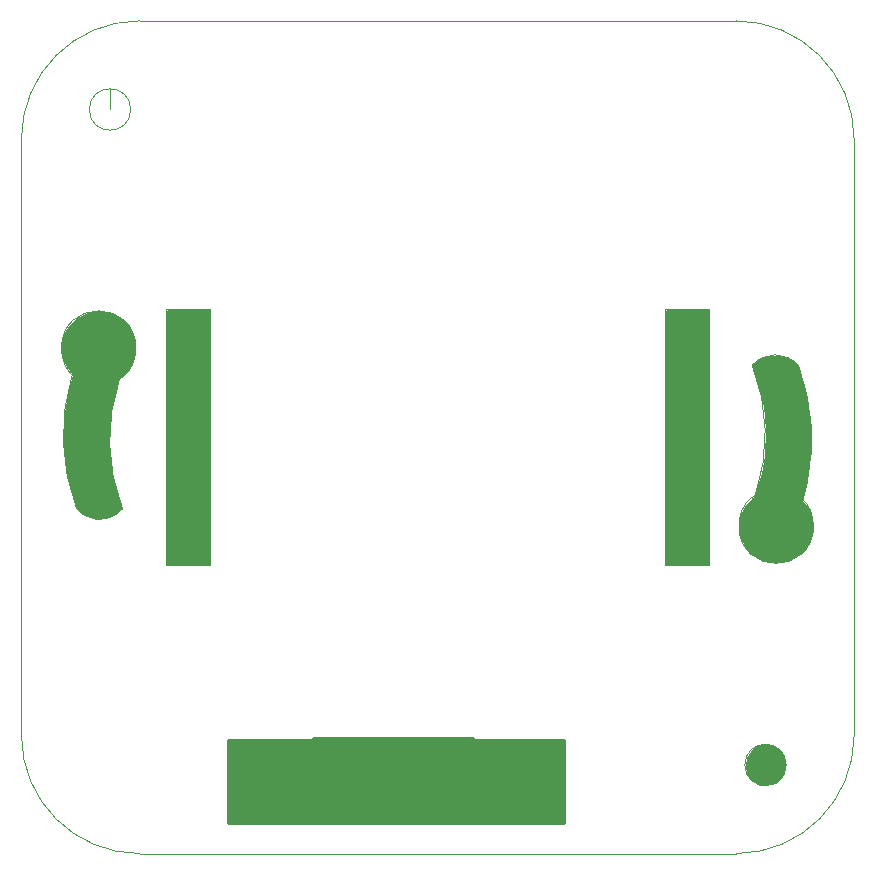
<source format=gm1>
G04 #@! TF.GenerationSoftware,KiCad,Pcbnew,(5.0.0)*
G04 #@! TF.CreationDate,2018-09-08T09:56:40+02:00*
G04 #@! TF.ProjectId,v9,76392E6B696361645F70636200000000,3*
G04 #@! TF.SameCoordinates,Original*
G04 #@! TF.FileFunction,Profile,NP*
%FSLAX46Y46*%
G04 Gerber Fmt 4.6, Leading zero omitted, Abs format (unit mm)*
G04 Created by KiCad (PCBNEW (5.0.0)) date 09/08/18 09:56:40*
%MOMM*%
%LPD*%
G01*
G04 APERTURE LIST*
%ADD10C,0.100000*%
%ADD11C,0.254000*%
G04 APERTURE END LIST*
D10*
X45926445Y-39201938D02*
X45926445Y-37451938D01*
X47676445Y-39201938D02*
G75*
G03X47676445Y-39201938I-1750000J0D01*
G01*
X103176445Y-94701938D02*
G75*
G03X103176445Y-94701938I-1750000J0D01*
G01*
X48426445Y-31701938D02*
X98926445Y-31701938D01*
X108926445Y-41701938D02*
X108926445Y-92201938D01*
X38426445Y-92201938D02*
X38426445Y-41701938D01*
X96676445Y-77801938D02*
X96676445Y-56101938D01*
X92926445Y-77801938D02*
X92926445Y-56101938D01*
X96676445Y-77801938D02*
X92926445Y-77801938D01*
X92926445Y-56101938D02*
X96676445Y-56101938D01*
X54426445Y-77801938D02*
X54426445Y-56101938D01*
X50676445Y-77801938D02*
X50676445Y-56101938D01*
X54426445Y-77801938D02*
X50676445Y-77801938D01*
X50676445Y-56101938D02*
X54426445Y-56101938D01*
X46739095Y-62001957D02*
G75*
G02X42730703Y-61628251I-1779276J2599361D01*
G01*
X100547405Y-71879966D02*
G75*
G02X104555796Y-72253674I1779274J-2599362D01*
G01*
X100296222Y-60870707D02*
G75*
G02X104196222Y-60870707I1950000J-1682265D01*
G01*
X100296222Y-60870707D02*
G75*
G02X100547404Y-71879966I-14912061J-5847721D01*
G01*
X104196223Y-60870707D02*
G75*
G02X104555796Y-72253674I-16664436J-6223571D01*
G01*
X105476679Y-74479328D02*
G75*
G03X105476679Y-74479328I-3150000J0D01*
G01*
X46990276Y-73011217D02*
G75*
G02X43090276Y-73011217I-1950000J1682265D01*
G01*
X46990276Y-73011217D02*
G75*
G02X46739094Y-62001958I14912062J5847721D01*
G01*
X43090277Y-73011217D02*
G75*
G02X42730703Y-61628251I16664434J6223571D01*
G01*
X48109819Y-59402596D02*
G75*
G03X48109819Y-59402596I-3150000J0D01*
G01*
X48426445Y-102201938D02*
G75*
G02X38426445Y-92201938I0J10000000D01*
G01*
X108926445Y-92201938D02*
G75*
G02X98926445Y-102201938I-10000000J0D01*
G01*
X98926445Y-102201938D02*
X48426445Y-102201938D01*
X98926445Y-31701938D02*
G75*
G02X108926445Y-41701938I0J-10000000D01*
G01*
X38426445Y-41701938D02*
G75*
G02X48426445Y-31701938I10000000J0D01*
G01*
D11*
G36*
X102091206Y-93215604D02*
X102267093Y-93356313D01*
X102311083Y-93379125D01*
X102319581Y-93379855D01*
X102515089Y-93497160D01*
X102649864Y-93665629D01*
X102648000Y-93675000D01*
X102657667Y-93723601D01*
X102685197Y-93764803D01*
X102792433Y-93872039D01*
X103023000Y-94425400D01*
X103023000Y-95068249D01*
X102650245Y-95767165D01*
X102191499Y-96134162D01*
X101489052Y-96321481D01*
X100985363Y-96275692D01*
X100525232Y-96045626D01*
X100101828Y-95622222D01*
X99921537Y-95306713D01*
X99828503Y-94748507D01*
X99921263Y-94099186D01*
X100296845Y-93582761D01*
X100575232Y-93304374D01*
X100746990Y-93218495D01*
X101218640Y-93077000D01*
X101582992Y-93077000D01*
X102091206Y-93215604D01*
X102091206Y-93215604D01*
G37*
X102091206Y-93215604D02*
X102267093Y-93356313D01*
X102311083Y-93379125D01*
X102319581Y-93379855D01*
X102515089Y-93497160D01*
X102649864Y-93665629D01*
X102648000Y-93675000D01*
X102657667Y-93723601D01*
X102685197Y-93764803D01*
X102792433Y-93872039D01*
X103023000Y-94425400D01*
X103023000Y-95068249D01*
X102650245Y-95767165D01*
X102191499Y-96134162D01*
X101489052Y-96321481D01*
X100985363Y-96275692D01*
X100525232Y-96045626D01*
X100101828Y-95622222D01*
X99921537Y-95306713D01*
X99828503Y-94748507D01*
X99921263Y-94099186D01*
X100296845Y-93582761D01*
X100575232Y-93304374D01*
X100746990Y-93218495D01*
X101218640Y-93077000D01*
X101582992Y-93077000D01*
X102091206Y-93215604D01*
G36*
X102873303Y-60175322D02*
X103525522Y-60408257D01*
X103803574Y-60732651D01*
X103817349Y-60746426D01*
X104140641Y-61023534D01*
X104378403Y-61736820D01*
X104676002Y-62828016D01*
X105123565Y-65314473D01*
X105173000Y-66303182D01*
X105173000Y-68091754D01*
X105024134Y-69233059D01*
X104824941Y-70677208D01*
X104577542Y-71765763D01*
X104429517Y-72209839D01*
X104423320Y-72259003D01*
X104436408Y-72306796D01*
X104450138Y-72328463D01*
X104987989Y-73013000D01*
X105273955Y-73775578D01*
X105322221Y-74933956D01*
X105035580Y-75889428D01*
X104412840Y-76655876D01*
X103787520Y-77088790D01*
X102923049Y-77473000D01*
X101675647Y-77473000D01*
X100766399Y-77090159D01*
X99951539Y-76419098D01*
X99470227Y-75456473D01*
X99278557Y-74641876D01*
X99374202Y-73733248D01*
X99759403Y-72866545D01*
X100338159Y-72143100D01*
X100673817Y-71903344D01*
X100707746Y-71867229D01*
X100724534Y-71824907D01*
X100823406Y-71330548D01*
X101221767Y-69986079D01*
X101225724Y-69967961D01*
X101425724Y-68567961D01*
X101426880Y-68555517D01*
X101526880Y-66255517D01*
X101526606Y-66240005D01*
X101376606Y-64340005D01*
X101373208Y-64319198D01*
X100823208Y-62119198D01*
X100820958Y-62111293D01*
X100443185Y-60930752D01*
X100826043Y-60505354D01*
X101580866Y-60175119D01*
X102249650Y-60127348D01*
X102873303Y-60175322D01*
X102873303Y-60175322D01*
G37*
X102873303Y-60175322D02*
X103525522Y-60408257D01*
X103803574Y-60732651D01*
X103817349Y-60746426D01*
X104140641Y-61023534D01*
X104378403Y-61736820D01*
X104676002Y-62828016D01*
X105123565Y-65314473D01*
X105173000Y-66303182D01*
X105173000Y-68091754D01*
X105024134Y-69233059D01*
X104824941Y-70677208D01*
X104577542Y-71765763D01*
X104429517Y-72209839D01*
X104423320Y-72259003D01*
X104436408Y-72306796D01*
X104450138Y-72328463D01*
X104987989Y-73013000D01*
X105273955Y-73775578D01*
X105322221Y-74933956D01*
X105035580Y-75889428D01*
X104412840Y-76655876D01*
X103787520Y-77088790D01*
X102923049Y-77473000D01*
X101675647Y-77473000D01*
X100766399Y-77090159D01*
X99951539Y-76419098D01*
X99470227Y-75456473D01*
X99278557Y-74641876D01*
X99374202Y-73733248D01*
X99759403Y-72866545D01*
X100338159Y-72143100D01*
X100673817Y-71903344D01*
X100707746Y-71867229D01*
X100724534Y-71824907D01*
X100823406Y-71330548D01*
X101221767Y-69986079D01*
X101225724Y-69967961D01*
X101425724Y-68567961D01*
X101426880Y-68555517D01*
X101526880Y-66255517D01*
X101526606Y-66240005D01*
X101376606Y-64340005D01*
X101373208Y-64319198D01*
X100823208Y-62119198D01*
X100820958Y-62111293D01*
X100443185Y-60930752D01*
X100826043Y-60505354D01*
X101580866Y-60175119D01*
X102249650Y-60127348D01*
X102873303Y-60175322D01*
G36*
X46217274Y-56637727D02*
X46936934Y-57127096D01*
X47501634Y-57730081D01*
X47914228Y-58718387D01*
X47962312Y-59708920D01*
X47809791Y-60385731D01*
X47319602Y-61318052D01*
X46679579Y-61841707D01*
X46648086Y-61879965D01*
X46637585Y-61906184D01*
X46137585Y-63716184D01*
X46134519Y-63730416D01*
X45864519Y-65460416D01*
X45863238Y-65472223D01*
X45763238Y-67102223D01*
X45763214Y-67117362D01*
X45853214Y-68667362D01*
X45853890Y-68675013D01*
X46003890Y-69935013D01*
X46006447Y-69949389D01*
X46496447Y-72009389D01*
X46500991Y-72024337D01*
X46857431Y-72981098D01*
X46856727Y-72982084D01*
X46364566Y-73379599D01*
X45551471Y-73714403D01*
X44707123Y-73761838D01*
X43939080Y-73505823D01*
X43198093Y-72961808D01*
X42633267Y-71228377D01*
X42236185Y-69133764D01*
X42097125Y-67107475D01*
X42146748Y-65380609D01*
X42424802Y-63384580D01*
X42863038Y-61671475D01*
X42865717Y-61621994D01*
X42839322Y-61560853D01*
X42339987Y-60934237D01*
X42053549Y-60265880D01*
X41937609Y-59405996D01*
X41975767Y-58871791D01*
X42138535Y-58287741D01*
X42392170Y-57816704D01*
X42410267Y-57793010D01*
X42522063Y-57597368D01*
X43174086Y-56935756D01*
X44202972Y-56464584D01*
X45179902Y-56378384D01*
X46217274Y-56637727D01*
X46217274Y-56637727D01*
G37*
X46217274Y-56637727D02*
X46936934Y-57127096D01*
X47501634Y-57730081D01*
X47914228Y-58718387D01*
X47962312Y-59708920D01*
X47809791Y-60385731D01*
X47319602Y-61318052D01*
X46679579Y-61841707D01*
X46648086Y-61879965D01*
X46637585Y-61906184D01*
X46137585Y-63716184D01*
X46134519Y-63730416D01*
X45864519Y-65460416D01*
X45863238Y-65472223D01*
X45763238Y-67102223D01*
X45763214Y-67117362D01*
X45853214Y-68667362D01*
X45853890Y-68675013D01*
X46003890Y-69935013D01*
X46006447Y-69949389D01*
X46496447Y-72009389D01*
X46500991Y-72024337D01*
X46857431Y-72981098D01*
X46856727Y-72982084D01*
X46364566Y-73379599D01*
X45551471Y-73714403D01*
X44707123Y-73761838D01*
X43939080Y-73505823D01*
X43198093Y-72961808D01*
X42633267Y-71228377D01*
X42236185Y-69133764D01*
X42097125Y-67107475D01*
X42146748Y-65380609D01*
X42424802Y-63384580D01*
X42863038Y-61671475D01*
X42865717Y-61621994D01*
X42839322Y-61560853D01*
X42339987Y-60934237D01*
X42053549Y-60265880D01*
X41937609Y-59405996D01*
X41975767Y-58871791D01*
X42138535Y-58287741D01*
X42392170Y-57816704D01*
X42410267Y-57793010D01*
X42522063Y-57597368D01*
X43174086Y-56935756D01*
X44202972Y-56464584D01*
X45179902Y-56378384D01*
X46217274Y-56637727D01*
G36*
X76623000Y-92500000D02*
X76632667Y-92548601D01*
X76660197Y-92589803D01*
X76701399Y-92617333D01*
X76750000Y-92627000D01*
X84373000Y-92627000D01*
X84373000Y-99623000D01*
X55877000Y-99623000D01*
X55877000Y-92627000D01*
X63000000Y-92627000D01*
X63048601Y-92617333D01*
X63089803Y-92589803D01*
X63117333Y-92548601D01*
X63127000Y-92500000D01*
X63127000Y-92377000D01*
X76623000Y-92377000D01*
X76623000Y-92500000D01*
X76623000Y-92500000D01*
G37*
X76623000Y-92500000D02*
X76632667Y-92548601D01*
X76660197Y-92589803D01*
X76701399Y-92617333D01*
X76750000Y-92627000D01*
X84373000Y-92627000D01*
X84373000Y-99623000D01*
X55877000Y-99623000D01*
X55877000Y-92627000D01*
X63000000Y-92627000D01*
X63048601Y-92617333D01*
X63089803Y-92589803D01*
X63117333Y-92548601D01*
X63127000Y-92500000D01*
X63127000Y-92377000D01*
X76623000Y-92377000D01*
X76623000Y-92500000D01*
G36*
X96523000Y-77673000D02*
X93077000Y-77673000D01*
X93077000Y-56277000D01*
X96523000Y-56277000D01*
X96523000Y-77673000D01*
X96523000Y-77673000D01*
G37*
X96523000Y-77673000D02*
X93077000Y-77673000D01*
X93077000Y-56277000D01*
X96523000Y-56277000D01*
X96523000Y-77673000D01*
G36*
X54273000Y-77673000D02*
X50827000Y-77673000D01*
X50827000Y-56277000D01*
X54273000Y-56277000D01*
X54273000Y-77673000D01*
X54273000Y-77673000D01*
G37*
X54273000Y-77673000D02*
X50827000Y-77673000D01*
X50827000Y-56277000D01*
X54273000Y-56277000D01*
X54273000Y-77673000D01*
M02*

</source>
